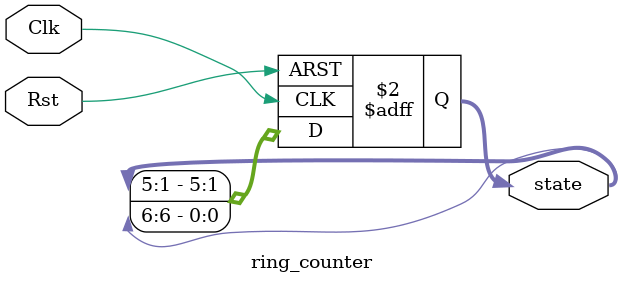
<source format=v>
/* 模組名稱：ring_counter
   著作權宣告：copyright 2012 林博仁(pika1021@gmail.com)
   */
`timescale 1ns / 100ps

module ring_counter(state, Clk, Rst);
  output reg[6:1] state;
  input Clk, Rst;

  always @ (posedge Clk or posedge Rst)
  if(Rst) begin
    state <= 6'b000001;
    end
  else begin
    state <= {state[5:1], state[6]};
    end
endmodule

</source>
